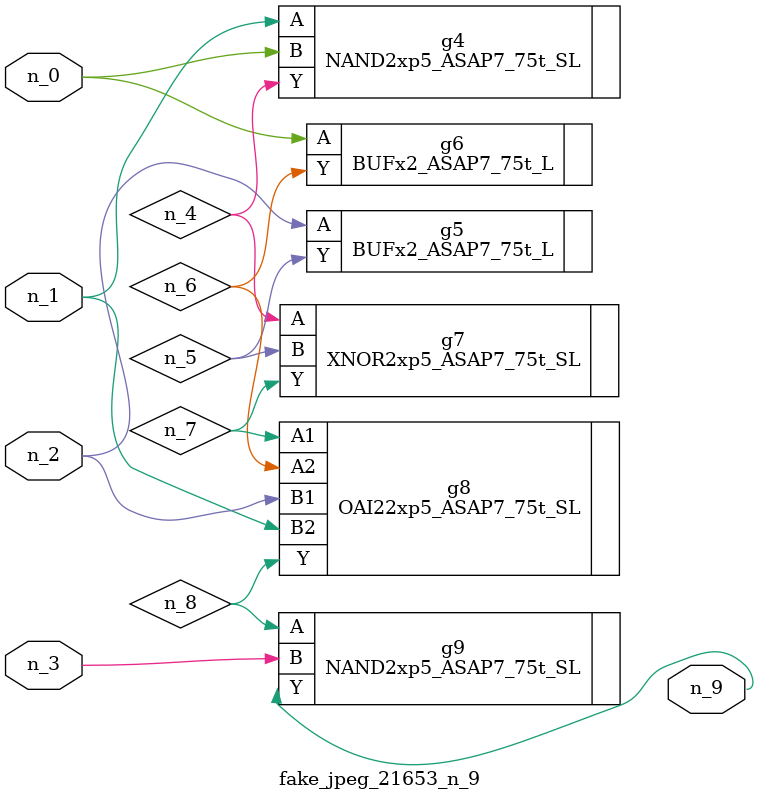
<source format=v>
module fake_jpeg_21653_n_9 (n_0, n_3, n_2, n_1, n_9);

input n_0;
input n_3;
input n_2;
input n_1;

output n_9;

wire n_4;
wire n_8;
wire n_6;
wire n_5;
wire n_7;

NAND2xp5_ASAP7_75t_SL g4 ( 
.A(n_1),
.B(n_0),
.Y(n_4)
);

BUFx2_ASAP7_75t_L g5 ( 
.A(n_2),
.Y(n_5)
);

BUFx2_ASAP7_75t_L g6 ( 
.A(n_0),
.Y(n_6)
);

XNOR2xp5_ASAP7_75t_SL g7 ( 
.A(n_4),
.B(n_5),
.Y(n_7)
);

OAI22xp5_ASAP7_75t_SL g8 ( 
.A1(n_7),
.A2(n_6),
.B1(n_2),
.B2(n_1),
.Y(n_8)
);

NAND2xp5_ASAP7_75t_SL g9 ( 
.A(n_8),
.B(n_3),
.Y(n_9)
);


endmodule
</source>
